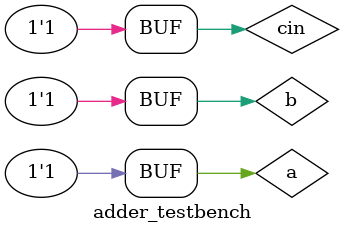
<source format=sv>


`timescale 1 ps / 100 fs

module adder (sum, cout, a, b, cin);
	output sum, cout;
	input a, b, cin;
	
	wire andAB, andACin, andBCin;
	
	// cout = ab + acin + bcin
	and #50 (andAB, a, b);
	and #50 (andACin, a, cin);
	and #50 (andBCin, b, cin);
	or #50 (cout, andAB, andACin, andBCin);

	// sum = a xor b xor cin
	xor #50 (sum, a, b, cin);

endmodule 

module adder_testbench();
	wire sum, cout;
	reg a, b, cin;
	
	adder dut (.sum, .cout, .a, .b, .cin);
	
	integer i;
	
	initial begin
		a = 0; b = 0; cin = 0; #1000;
		a = 1; b = 0; cin = 0; #1000;
		a = 0; b = 1; cin = 0; #1000;
		a = 1; b = 1; cin = 0; #1000;
		
		a = 0; b = 0; cin = 1; #1000;
		a = 1; b = 0; cin = 1; #1000;
		a = 0; b = 1; cin = 1; #1000;
		a = 1; b = 1; cin = 1; #1000;
	end

endmodule 
</source>
